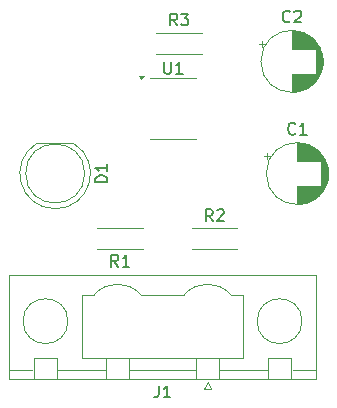
<source format=gbr>
%TF.GenerationSoftware,KiCad,Pcbnew,8.0.5*%
%TF.CreationDate,2024-12-18T15:09:30+03:00*%
%TF.ProjectId,555_badge,3535355f-6261-4646-9765-2e6b69636164,V01*%
%TF.SameCoordinates,Original*%
%TF.FileFunction,Legend,Top*%
%TF.FilePolarity,Positive*%
%FSLAX46Y46*%
G04 Gerber Fmt 4.6, Leading zero omitted, Abs format (unit mm)*
G04 Created by KiCad (PCBNEW 8.0.5) date 2024-12-18 15:09:30*
%MOMM*%
%LPD*%
G01*
G04 APERTURE LIST*
%ADD10C,0.150000*%
%ADD11C,0.120000*%
G04 APERTURE END LIST*
D10*
X131238095Y-78554819D02*
X131238095Y-79364342D01*
X131238095Y-79364342D02*
X131285714Y-79459580D01*
X131285714Y-79459580D02*
X131333333Y-79507200D01*
X131333333Y-79507200D02*
X131428571Y-79554819D01*
X131428571Y-79554819D02*
X131619047Y-79554819D01*
X131619047Y-79554819D02*
X131714285Y-79507200D01*
X131714285Y-79507200D02*
X131761904Y-79459580D01*
X131761904Y-79459580D02*
X131809523Y-79364342D01*
X131809523Y-79364342D02*
X131809523Y-78554819D01*
X132809523Y-79554819D02*
X132238095Y-79554819D01*
X132523809Y-79554819D02*
X132523809Y-78554819D01*
X132523809Y-78554819D02*
X132428571Y-78697676D01*
X132428571Y-78697676D02*
X132333333Y-78792914D01*
X132333333Y-78792914D02*
X132238095Y-78840533D01*
X126414819Y-88733094D02*
X125414819Y-88733094D01*
X125414819Y-88733094D02*
X125414819Y-88494999D01*
X125414819Y-88494999D02*
X125462438Y-88352142D01*
X125462438Y-88352142D02*
X125557676Y-88256904D01*
X125557676Y-88256904D02*
X125652914Y-88209285D01*
X125652914Y-88209285D02*
X125843390Y-88161666D01*
X125843390Y-88161666D02*
X125986247Y-88161666D01*
X125986247Y-88161666D02*
X126176723Y-88209285D01*
X126176723Y-88209285D02*
X126271961Y-88256904D01*
X126271961Y-88256904D02*
X126367200Y-88352142D01*
X126367200Y-88352142D02*
X126414819Y-88494999D01*
X126414819Y-88494999D02*
X126414819Y-88733094D01*
X126414819Y-87209285D02*
X126414819Y-87780713D01*
X126414819Y-87494999D02*
X125414819Y-87494999D01*
X125414819Y-87494999D02*
X125557676Y-87590237D01*
X125557676Y-87590237D02*
X125652914Y-87685475D01*
X125652914Y-87685475D02*
X125700533Y-87780713D01*
X132333333Y-75454819D02*
X132000000Y-74978628D01*
X131761905Y-75454819D02*
X131761905Y-74454819D01*
X131761905Y-74454819D02*
X132142857Y-74454819D01*
X132142857Y-74454819D02*
X132238095Y-74502438D01*
X132238095Y-74502438D02*
X132285714Y-74550057D01*
X132285714Y-74550057D02*
X132333333Y-74645295D01*
X132333333Y-74645295D02*
X132333333Y-74788152D01*
X132333333Y-74788152D02*
X132285714Y-74883390D01*
X132285714Y-74883390D02*
X132238095Y-74931009D01*
X132238095Y-74931009D02*
X132142857Y-74978628D01*
X132142857Y-74978628D02*
X131761905Y-74978628D01*
X132666667Y-74454819D02*
X133285714Y-74454819D01*
X133285714Y-74454819D02*
X132952381Y-74835771D01*
X132952381Y-74835771D02*
X133095238Y-74835771D01*
X133095238Y-74835771D02*
X133190476Y-74883390D01*
X133190476Y-74883390D02*
X133238095Y-74931009D01*
X133238095Y-74931009D02*
X133285714Y-75026247D01*
X133285714Y-75026247D02*
X133285714Y-75264342D01*
X133285714Y-75264342D02*
X133238095Y-75359580D01*
X133238095Y-75359580D02*
X133190476Y-75407200D01*
X133190476Y-75407200D02*
X133095238Y-75454819D01*
X133095238Y-75454819D02*
X132809524Y-75454819D01*
X132809524Y-75454819D02*
X132714286Y-75407200D01*
X132714286Y-75407200D02*
X132666667Y-75359580D01*
X130756666Y-105954819D02*
X130756666Y-106669104D01*
X130756666Y-106669104D02*
X130709047Y-106811961D01*
X130709047Y-106811961D02*
X130613809Y-106907200D01*
X130613809Y-106907200D02*
X130470952Y-106954819D01*
X130470952Y-106954819D02*
X130375714Y-106954819D01*
X131756666Y-106954819D02*
X131185238Y-106954819D01*
X131470952Y-106954819D02*
X131470952Y-105954819D01*
X131470952Y-105954819D02*
X131375714Y-106097676D01*
X131375714Y-106097676D02*
X131280476Y-106192914D01*
X131280476Y-106192914D02*
X131185238Y-106240533D01*
X141878221Y-75109580D02*
X141830602Y-75157200D01*
X141830602Y-75157200D02*
X141687745Y-75204819D01*
X141687745Y-75204819D02*
X141592507Y-75204819D01*
X141592507Y-75204819D02*
X141449650Y-75157200D01*
X141449650Y-75157200D02*
X141354412Y-75061961D01*
X141354412Y-75061961D02*
X141306793Y-74966723D01*
X141306793Y-74966723D02*
X141259174Y-74776247D01*
X141259174Y-74776247D02*
X141259174Y-74633390D01*
X141259174Y-74633390D02*
X141306793Y-74442914D01*
X141306793Y-74442914D02*
X141354412Y-74347676D01*
X141354412Y-74347676D02*
X141449650Y-74252438D01*
X141449650Y-74252438D02*
X141592507Y-74204819D01*
X141592507Y-74204819D02*
X141687745Y-74204819D01*
X141687745Y-74204819D02*
X141830602Y-74252438D01*
X141830602Y-74252438D02*
X141878221Y-74300057D01*
X142259174Y-74300057D02*
X142306793Y-74252438D01*
X142306793Y-74252438D02*
X142402031Y-74204819D01*
X142402031Y-74204819D02*
X142640126Y-74204819D01*
X142640126Y-74204819D02*
X142735364Y-74252438D01*
X142735364Y-74252438D02*
X142782983Y-74300057D01*
X142782983Y-74300057D02*
X142830602Y-74395295D01*
X142830602Y-74395295D02*
X142830602Y-74490533D01*
X142830602Y-74490533D02*
X142782983Y-74633390D01*
X142782983Y-74633390D02*
X142211555Y-75204819D01*
X142211555Y-75204819D02*
X142830602Y-75204819D01*
X142333333Y-84609580D02*
X142285714Y-84657200D01*
X142285714Y-84657200D02*
X142142857Y-84704819D01*
X142142857Y-84704819D02*
X142047619Y-84704819D01*
X142047619Y-84704819D02*
X141904762Y-84657200D01*
X141904762Y-84657200D02*
X141809524Y-84561961D01*
X141809524Y-84561961D02*
X141761905Y-84466723D01*
X141761905Y-84466723D02*
X141714286Y-84276247D01*
X141714286Y-84276247D02*
X141714286Y-84133390D01*
X141714286Y-84133390D02*
X141761905Y-83942914D01*
X141761905Y-83942914D02*
X141809524Y-83847676D01*
X141809524Y-83847676D02*
X141904762Y-83752438D01*
X141904762Y-83752438D02*
X142047619Y-83704819D01*
X142047619Y-83704819D02*
X142142857Y-83704819D01*
X142142857Y-83704819D02*
X142285714Y-83752438D01*
X142285714Y-83752438D02*
X142333333Y-83800057D01*
X143285714Y-84704819D02*
X142714286Y-84704819D01*
X143000000Y-84704819D02*
X143000000Y-83704819D01*
X143000000Y-83704819D02*
X142904762Y-83847676D01*
X142904762Y-83847676D02*
X142809524Y-83942914D01*
X142809524Y-83942914D02*
X142714286Y-83990533D01*
X135333333Y-92034819D02*
X135000000Y-91558628D01*
X134761905Y-92034819D02*
X134761905Y-91034819D01*
X134761905Y-91034819D02*
X135142857Y-91034819D01*
X135142857Y-91034819D02*
X135238095Y-91082438D01*
X135238095Y-91082438D02*
X135285714Y-91130057D01*
X135285714Y-91130057D02*
X135333333Y-91225295D01*
X135333333Y-91225295D02*
X135333333Y-91368152D01*
X135333333Y-91368152D02*
X135285714Y-91463390D01*
X135285714Y-91463390D02*
X135238095Y-91511009D01*
X135238095Y-91511009D02*
X135142857Y-91558628D01*
X135142857Y-91558628D02*
X134761905Y-91558628D01*
X135714286Y-91130057D02*
X135761905Y-91082438D01*
X135761905Y-91082438D02*
X135857143Y-91034819D01*
X135857143Y-91034819D02*
X136095238Y-91034819D01*
X136095238Y-91034819D02*
X136190476Y-91082438D01*
X136190476Y-91082438D02*
X136238095Y-91130057D01*
X136238095Y-91130057D02*
X136285714Y-91225295D01*
X136285714Y-91225295D02*
X136285714Y-91320533D01*
X136285714Y-91320533D02*
X136238095Y-91463390D01*
X136238095Y-91463390D02*
X135666667Y-92034819D01*
X135666667Y-92034819D02*
X136285714Y-92034819D01*
X127333333Y-95874819D02*
X127000000Y-95398628D01*
X126761905Y-95874819D02*
X126761905Y-94874819D01*
X126761905Y-94874819D02*
X127142857Y-94874819D01*
X127142857Y-94874819D02*
X127238095Y-94922438D01*
X127238095Y-94922438D02*
X127285714Y-94970057D01*
X127285714Y-94970057D02*
X127333333Y-95065295D01*
X127333333Y-95065295D02*
X127333333Y-95208152D01*
X127333333Y-95208152D02*
X127285714Y-95303390D01*
X127285714Y-95303390D02*
X127238095Y-95351009D01*
X127238095Y-95351009D02*
X127142857Y-95398628D01*
X127142857Y-95398628D02*
X126761905Y-95398628D01*
X128285714Y-95874819D02*
X127714286Y-95874819D01*
X128000000Y-95874819D02*
X128000000Y-94874819D01*
X128000000Y-94874819D02*
X127904762Y-95017676D01*
X127904762Y-95017676D02*
X127809524Y-95112914D01*
X127809524Y-95112914D02*
X127714286Y-95160533D01*
D11*
%TO.C,U1*%
X132000000Y-79940000D02*
X130050000Y-79940000D01*
X132000000Y-79940000D02*
X133950000Y-79940000D01*
X132000000Y-85060000D02*
X130050000Y-85060000D01*
X132000000Y-85060000D02*
X133950000Y-85060000D01*
X129300000Y-80035000D02*
X129060000Y-79705000D01*
X129540000Y-79705000D01*
X129300000Y-80035000D01*
G36*
X129300000Y-80035000D02*
G01*
X129060000Y-79705000D01*
X129540000Y-79705000D01*
X129300000Y-80035000D01*
G37*
%TO.C,D1*%
X123545000Y-85435000D02*
X120455000Y-85435000D01*
X122000462Y-90985000D02*
G75*
G02*
X120455170Y-85435000I-462J2990000D01*
G01*
X123544830Y-85435000D02*
G75*
G02*
X121999538Y-90985000I-1544830J-2560000D01*
G01*
X124500000Y-87995000D02*
G75*
G02*
X119500000Y-87995000I-2500000J0D01*
G01*
X119500000Y-87995000D02*
G75*
G02*
X124500000Y-87995000I2500000J0D01*
G01*
%TO.C,R3*%
X134420000Y-77920000D02*
X130580000Y-77920000D01*
X134420000Y-76080000D02*
X130580000Y-76080000D01*
%TO.C,J1*%
X118070000Y-96590000D02*
X118070000Y-105410000D01*
X118070000Y-104600000D02*
X120070000Y-104600000D01*
X118070000Y-105410000D02*
X144110000Y-105410000D01*
X120180000Y-103600000D02*
X122180000Y-103600000D01*
X120180000Y-105410000D02*
X120180000Y-103600000D01*
X122180000Y-103600000D02*
X122180000Y-105410000D01*
X122180000Y-105410000D02*
X120180000Y-105410000D01*
X124270000Y-98300000D02*
X125280000Y-98300000D01*
X124270000Y-103600000D02*
X124270000Y-98300000D01*
X126280000Y-103600000D02*
X128280000Y-103600000D01*
X126280000Y-104600000D02*
X122180000Y-104600000D01*
X126280000Y-105410000D02*
X126280000Y-103600000D01*
X128280000Y-103600000D02*
X128280000Y-105410000D01*
X128280000Y-105410000D02*
X126280000Y-105410000D01*
X132900000Y-98300000D02*
X129280000Y-98300000D01*
X133900000Y-103600000D02*
X135900000Y-103600000D01*
X133900000Y-104600000D02*
X128280000Y-104600000D01*
X133900000Y-105410000D02*
X133900000Y-103600000D01*
X134600000Y-106210000D02*
X134900000Y-105610000D01*
X134900000Y-105610000D02*
X135200000Y-106210000D01*
X135200000Y-106210000D02*
X134600000Y-106210000D01*
X135900000Y-103600000D02*
X135900000Y-105410000D01*
X135900000Y-105410000D02*
X133900000Y-105410000D01*
X136900000Y-98300000D02*
X137910000Y-98300000D01*
X137910000Y-98300000D02*
X137910000Y-103600000D01*
X137910000Y-103600000D02*
X124270000Y-103600000D01*
X140000000Y-103600000D02*
X142000000Y-103600000D01*
X140000000Y-104600000D02*
X135900000Y-104600000D01*
X140000000Y-105410000D02*
X140000000Y-103600000D01*
X142000000Y-103600000D02*
X142000000Y-105410000D01*
X142000000Y-105410000D02*
X140000000Y-105410000D01*
X144110000Y-96590000D02*
X118070000Y-96590000D01*
X144110000Y-104600000D02*
X142110000Y-104600000D01*
X144110000Y-105410000D02*
X144110000Y-96590000D01*
X125293158Y-98284179D02*
G75*
G02*
X129280000Y-98300000I1986842J-1665821D01*
G01*
X132913158Y-98284179D02*
G75*
G02*
X136900000Y-98300000I1986842J-1665821D01*
G01*
X123080000Y-100500000D02*
G75*
G02*
X119280000Y-100500000I-1900000J0D01*
G01*
X119280000Y-100500000D02*
G75*
G02*
X123080000Y-100500000I1900000J0D01*
G01*
X142900000Y-100500000D02*
G75*
G02*
X139100000Y-100500000I-1900000J0D01*
G01*
X139100000Y-100500000D02*
G75*
G02*
X142900000Y-100500000I1900000J0D01*
G01*
%TO.C,C2*%
X139240113Y-77025000D02*
X139740113Y-77025000D01*
X139490113Y-76775000D02*
X139490113Y-77275000D01*
X142044888Y-75920000D02*
X142044888Y-77460000D01*
X142044888Y-79540000D02*
X142044888Y-81080000D01*
X142084888Y-75920000D02*
X142084888Y-77460000D01*
X142084888Y-79540000D02*
X142084888Y-81080000D01*
X142124888Y-75921000D02*
X142124888Y-77460000D01*
X142124888Y-79540000D02*
X142124888Y-81079000D01*
X142164888Y-75922000D02*
X142164888Y-77460000D01*
X142164888Y-79540000D02*
X142164888Y-81078000D01*
X142204888Y-75924000D02*
X142204888Y-77460000D01*
X142204888Y-79540000D02*
X142204888Y-81076000D01*
X142244888Y-75927000D02*
X142244888Y-77460000D01*
X142244888Y-79540000D02*
X142244888Y-81073000D01*
X142284888Y-75931000D02*
X142284888Y-77460000D01*
X142284888Y-79540000D02*
X142284888Y-81069000D01*
X142324888Y-75935000D02*
X142324888Y-77460000D01*
X142324888Y-79540000D02*
X142324888Y-81065000D01*
X142364888Y-75939000D02*
X142364888Y-77460000D01*
X142364888Y-79540000D02*
X142364888Y-81061000D01*
X142404888Y-75944000D02*
X142404888Y-77460000D01*
X142404888Y-79540000D02*
X142404888Y-81056000D01*
X142444888Y-75950000D02*
X142444888Y-77460000D01*
X142444888Y-79540000D02*
X142444888Y-81050000D01*
X142484888Y-75957000D02*
X142484888Y-77460000D01*
X142484888Y-79540000D02*
X142484888Y-81043000D01*
X142524888Y-75964000D02*
X142524888Y-77460000D01*
X142524888Y-79540000D02*
X142524888Y-81036000D01*
X142564888Y-75972000D02*
X142564888Y-77460000D01*
X142564888Y-79540000D02*
X142564888Y-81028000D01*
X142604888Y-75980000D02*
X142604888Y-77460000D01*
X142604888Y-79540000D02*
X142604888Y-81020000D01*
X142644888Y-75989000D02*
X142644888Y-77460000D01*
X142644888Y-79540000D02*
X142644888Y-81011000D01*
X142684888Y-75999000D02*
X142684888Y-77460000D01*
X142684888Y-79540000D02*
X142684888Y-81001000D01*
X142724888Y-76009000D02*
X142724888Y-77460000D01*
X142724888Y-79540000D02*
X142724888Y-80991000D01*
X142765888Y-76020000D02*
X142765888Y-77460000D01*
X142765888Y-79540000D02*
X142765888Y-80980000D01*
X142805888Y-76032000D02*
X142805888Y-77460000D01*
X142805888Y-79540000D02*
X142805888Y-80968000D01*
X142845888Y-76045000D02*
X142845888Y-77460000D01*
X142845888Y-79540000D02*
X142845888Y-80955000D01*
X142885888Y-76058000D02*
X142885888Y-77460000D01*
X142885888Y-79540000D02*
X142885888Y-80942000D01*
X142925888Y-76072000D02*
X142925888Y-77460000D01*
X142925888Y-79540000D02*
X142925888Y-80928000D01*
X142965888Y-76086000D02*
X142965888Y-77460000D01*
X142965888Y-79540000D02*
X142965888Y-80914000D01*
X143005888Y-76102000D02*
X143005888Y-77460000D01*
X143005888Y-79540000D02*
X143005888Y-80898000D01*
X143045888Y-76118000D02*
X143045888Y-77460000D01*
X143045888Y-79540000D02*
X143045888Y-80882000D01*
X143085888Y-76135000D02*
X143085888Y-77460000D01*
X143085888Y-79540000D02*
X143085888Y-80865000D01*
X143125888Y-76152000D02*
X143125888Y-77460000D01*
X143125888Y-79540000D02*
X143125888Y-80848000D01*
X143165888Y-76171000D02*
X143165888Y-77460000D01*
X143165888Y-79540000D02*
X143165888Y-80829000D01*
X143205888Y-76190000D02*
X143205888Y-77460000D01*
X143205888Y-79540000D02*
X143205888Y-80810000D01*
X143245888Y-76210000D02*
X143245888Y-77460000D01*
X143245888Y-79540000D02*
X143245888Y-80790000D01*
X143285888Y-76232000D02*
X143285888Y-77460000D01*
X143285888Y-79540000D02*
X143285888Y-80768000D01*
X143325888Y-76253000D02*
X143325888Y-77460000D01*
X143325888Y-79540000D02*
X143325888Y-80747000D01*
X143365888Y-76276000D02*
X143365888Y-77460000D01*
X143365888Y-79540000D02*
X143365888Y-80724000D01*
X143405888Y-76300000D02*
X143405888Y-77460000D01*
X143405888Y-79540000D02*
X143405888Y-80700000D01*
X143445888Y-76325000D02*
X143445888Y-77460000D01*
X143445888Y-79540000D02*
X143445888Y-80675000D01*
X143485888Y-76351000D02*
X143485888Y-77460000D01*
X143485888Y-79540000D02*
X143485888Y-80649000D01*
X143525888Y-76378000D02*
X143525888Y-77460000D01*
X143525888Y-79540000D02*
X143525888Y-80622000D01*
X143565888Y-76405000D02*
X143565888Y-77460000D01*
X143565888Y-79540000D02*
X143565888Y-80595000D01*
X143605888Y-76435000D02*
X143605888Y-77460000D01*
X143605888Y-79540000D02*
X143605888Y-80565000D01*
X143645888Y-76465000D02*
X143645888Y-77460000D01*
X143645888Y-79540000D02*
X143645888Y-80535000D01*
X143685888Y-76496000D02*
X143685888Y-77460000D01*
X143685888Y-79540000D02*
X143685888Y-80504000D01*
X143725888Y-76529000D02*
X143725888Y-77460000D01*
X143725888Y-79540000D02*
X143725888Y-80471000D01*
X143765888Y-76563000D02*
X143765888Y-77460000D01*
X143765888Y-79540000D02*
X143765888Y-80437000D01*
X143805888Y-76599000D02*
X143805888Y-77460000D01*
X143805888Y-79540000D02*
X143805888Y-80401000D01*
X143845888Y-76636000D02*
X143845888Y-77460000D01*
X143845888Y-79540000D02*
X143845888Y-80364000D01*
X143885888Y-76674000D02*
X143885888Y-77460000D01*
X143885888Y-79540000D02*
X143885888Y-80326000D01*
X143925888Y-76715000D02*
X143925888Y-77460000D01*
X143925888Y-79540000D02*
X143925888Y-80285000D01*
X143965888Y-76757000D02*
X143965888Y-77460000D01*
X143965888Y-79540000D02*
X143965888Y-80243000D01*
X144005888Y-76801000D02*
X144005888Y-77460000D01*
X144005888Y-79540000D02*
X144005888Y-80199000D01*
X144045888Y-76847000D02*
X144045888Y-77460000D01*
X144045888Y-79540000D02*
X144045888Y-80153000D01*
X144085888Y-76895000D02*
X144085888Y-80105000D01*
X144125888Y-76946000D02*
X144125888Y-80054000D01*
X144165888Y-77000000D02*
X144165888Y-80000000D01*
X144205888Y-77057000D02*
X144205888Y-79943000D01*
X144245888Y-77117000D02*
X144245888Y-79883000D01*
X144285888Y-77181000D02*
X144285888Y-79819000D01*
X144325888Y-77249000D02*
X144325888Y-79751000D01*
X144365888Y-77322000D02*
X144365888Y-79678000D01*
X144405888Y-77402000D02*
X144405888Y-79598000D01*
X144445888Y-77489000D02*
X144445888Y-79511000D01*
X144485888Y-77585000D02*
X144485888Y-79415000D01*
X144525888Y-77695000D02*
X144525888Y-79305000D01*
X144565888Y-77823000D02*
X144565888Y-79177000D01*
X144605888Y-77982000D02*
X144605888Y-79018000D01*
X144645888Y-78216000D02*
X144645888Y-78784000D01*
X144664888Y-78500000D02*
G75*
G02*
X139424888Y-78500000I-2620000J0D01*
G01*
X139424888Y-78500000D02*
G75*
G02*
X144664888Y-78500000I2620000J0D01*
G01*
%TO.C,C1*%
X139695225Y-86525000D02*
X140195225Y-86525000D01*
X139945225Y-86275000D02*
X139945225Y-86775000D01*
X142500000Y-85420000D02*
X142500000Y-86960000D01*
X142500000Y-89040000D02*
X142500000Y-90580000D01*
X142540000Y-85420000D02*
X142540000Y-86960000D01*
X142540000Y-89040000D02*
X142540000Y-90580000D01*
X142580000Y-85421000D02*
X142580000Y-86960000D01*
X142580000Y-89040000D02*
X142580000Y-90579000D01*
X142620000Y-85422000D02*
X142620000Y-86960000D01*
X142620000Y-89040000D02*
X142620000Y-90578000D01*
X142660000Y-85424000D02*
X142660000Y-86960000D01*
X142660000Y-89040000D02*
X142660000Y-90576000D01*
X142700000Y-85427000D02*
X142700000Y-86960000D01*
X142700000Y-89040000D02*
X142700000Y-90573000D01*
X142740000Y-85431000D02*
X142740000Y-86960000D01*
X142740000Y-89040000D02*
X142740000Y-90569000D01*
X142780000Y-85435000D02*
X142780000Y-86960000D01*
X142780000Y-89040000D02*
X142780000Y-90565000D01*
X142820000Y-85439000D02*
X142820000Y-86960000D01*
X142820000Y-89040000D02*
X142820000Y-90561000D01*
X142860000Y-85444000D02*
X142860000Y-86960000D01*
X142860000Y-89040000D02*
X142860000Y-90556000D01*
X142900000Y-85450000D02*
X142900000Y-86960000D01*
X142900000Y-89040000D02*
X142900000Y-90550000D01*
X142940000Y-85457000D02*
X142940000Y-86960000D01*
X142940000Y-89040000D02*
X142940000Y-90543000D01*
X142980000Y-85464000D02*
X142980000Y-86960000D01*
X142980000Y-89040000D02*
X142980000Y-90536000D01*
X143020000Y-85472000D02*
X143020000Y-86960000D01*
X143020000Y-89040000D02*
X143020000Y-90528000D01*
X143060000Y-85480000D02*
X143060000Y-86960000D01*
X143060000Y-89040000D02*
X143060000Y-90520000D01*
X143100000Y-85489000D02*
X143100000Y-86960000D01*
X143100000Y-89040000D02*
X143100000Y-90511000D01*
X143140000Y-85499000D02*
X143140000Y-86960000D01*
X143140000Y-89040000D02*
X143140000Y-90501000D01*
X143180000Y-85509000D02*
X143180000Y-86960000D01*
X143180000Y-89040000D02*
X143180000Y-90491000D01*
X143221000Y-85520000D02*
X143221000Y-86960000D01*
X143221000Y-89040000D02*
X143221000Y-90480000D01*
X143261000Y-85532000D02*
X143261000Y-86960000D01*
X143261000Y-89040000D02*
X143261000Y-90468000D01*
X143301000Y-85545000D02*
X143301000Y-86960000D01*
X143301000Y-89040000D02*
X143301000Y-90455000D01*
X143341000Y-85558000D02*
X143341000Y-86960000D01*
X143341000Y-89040000D02*
X143341000Y-90442000D01*
X143381000Y-85572000D02*
X143381000Y-86960000D01*
X143381000Y-89040000D02*
X143381000Y-90428000D01*
X143421000Y-85586000D02*
X143421000Y-86960000D01*
X143421000Y-89040000D02*
X143421000Y-90414000D01*
X143461000Y-85602000D02*
X143461000Y-86960000D01*
X143461000Y-89040000D02*
X143461000Y-90398000D01*
X143501000Y-85618000D02*
X143501000Y-86960000D01*
X143501000Y-89040000D02*
X143501000Y-90382000D01*
X143541000Y-85635000D02*
X143541000Y-86960000D01*
X143541000Y-89040000D02*
X143541000Y-90365000D01*
X143581000Y-85652000D02*
X143581000Y-86960000D01*
X143581000Y-89040000D02*
X143581000Y-90348000D01*
X143621000Y-85671000D02*
X143621000Y-86960000D01*
X143621000Y-89040000D02*
X143621000Y-90329000D01*
X143661000Y-85690000D02*
X143661000Y-86960000D01*
X143661000Y-89040000D02*
X143661000Y-90310000D01*
X143701000Y-85710000D02*
X143701000Y-86960000D01*
X143701000Y-89040000D02*
X143701000Y-90290000D01*
X143741000Y-85732000D02*
X143741000Y-86960000D01*
X143741000Y-89040000D02*
X143741000Y-90268000D01*
X143781000Y-85753000D02*
X143781000Y-86960000D01*
X143781000Y-89040000D02*
X143781000Y-90247000D01*
X143821000Y-85776000D02*
X143821000Y-86960000D01*
X143821000Y-89040000D02*
X143821000Y-90224000D01*
X143861000Y-85800000D02*
X143861000Y-86960000D01*
X143861000Y-89040000D02*
X143861000Y-90200000D01*
X143901000Y-85825000D02*
X143901000Y-86960000D01*
X143901000Y-89040000D02*
X143901000Y-90175000D01*
X143941000Y-85851000D02*
X143941000Y-86960000D01*
X143941000Y-89040000D02*
X143941000Y-90149000D01*
X143981000Y-85878000D02*
X143981000Y-86960000D01*
X143981000Y-89040000D02*
X143981000Y-90122000D01*
X144021000Y-85905000D02*
X144021000Y-86960000D01*
X144021000Y-89040000D02*
X144021000Y-90095000D01*
X144061000Y-85935000D02*
X144061000Y-86960000D01*
X144061000Y-89040000D02*
X144061000Y-90065000D01*
X144101000Y-85965000D02*
X144101000Y-86960000D01*
X144101000Y-89040000D02*
X144101000Y-90035000D01*
X144141000Y-85996000D02*
X144141000Y-86960000D01*
X144141000Y-89040000D02*
X144141000Y-90004000D01*
X144181000Y-86029000D02*
X144181000Y-86960000D01*
X144181000Y-89040000D02*
X144181000Y-89971000D01*
X144221000Y-86063000D02*
X144221000Y-86960000D01*
X144221000Y-89040000D02*
X144221000Y-89937000D01*
X144261000Y-86099000D02*
X144261000Y-86960000D01*
X144261000Y-89040000D02*
X144261000Y-89901000D01*
X144301000Y-86136000D02*
X144301000Y-86960000D01*
X144301000Y-89040000D02*
X144301000Y-89864000D01*
X144341000Y-86174000D02*
X144341000Y-86960000D01*
X144341000Y-89040000D02*
X144341000Y-89826000D01*
X144381000Y-86215000D02*
X144381000Y-86960000D01*
X144381000Y-89040000D02*
X144381000Y-89785000D01*
X144421000Y-86257000D02*
X144421000Y-86960000D01*
X144421000Y-89040000D02*
X144421000Y-89743000D01*
X144461000Y-86301000D02*
X144461000Y-86960000D01*
X144461000Y-89040000D02*
X144461000Y-89699000D01*
X144501000Y-86347000D02*
X144501000Y-86960000D01*
X144501000Y-89040000D02*
X144501000Y-89653000D01*
X144541000Y-86395000D02*
X144541000Y-89605000D01*
X144581000Y-86446000D02*
X144581000Y-89554000D01*
X144621000Y-86500000D02*
X144621000Y-89500000D01*
X144661000Y-86557000D02*
X144661000Y-89443000D01*
X144701000Y-86617000D02*
X144701000Y-89383000D01*
X144741000Y-86681000D02*
X144741000Y-89319000D01*
X144781000Y-86749000D02*
X144781000Y-89251000D01*
X144821000Y-86822000D02*
X144821000Y-89178000D01*
X144861000Y-86902000D02*
X144861000Y-89098000D01*
X144901000Y-86989000D02*
X144901000Y-89011000D01*
X144941000Y-87085000D02*
X144941000Y-88915000D01*
X144981000Y-87195000D02*
X144981000Y-88805000D01*
X145021000Y-87323000D02*
X145021000Y-88677000D01*
X145061000Y-87482000D02*
X145061000Y-88518000D01*
X145101000Y-87716000D02*
X145101000Y-88284000D01*
X145120000Y-88000000D02*
G75*
G02*
X139880000Y-88000000I-2620000J0D01*
G01*
X139880000Y-88000000D02*
G75*
G02*
X145120000Y-88000000I2620000J0D01*
G01*
%TO.C,R2*%
X133580000Y-92580000D02*
X137420000Y-92580000D01*
X133580000Y-94420000D02*
X137420000Y-94420000D01*
%TO.C,R1*%
X129420000Y-92580000D02*
X125580000Y-92580000D01*
X129420000Y-94420000D02*
X125580000Y-94420000D01*
%TD*%
M02*

</source>
